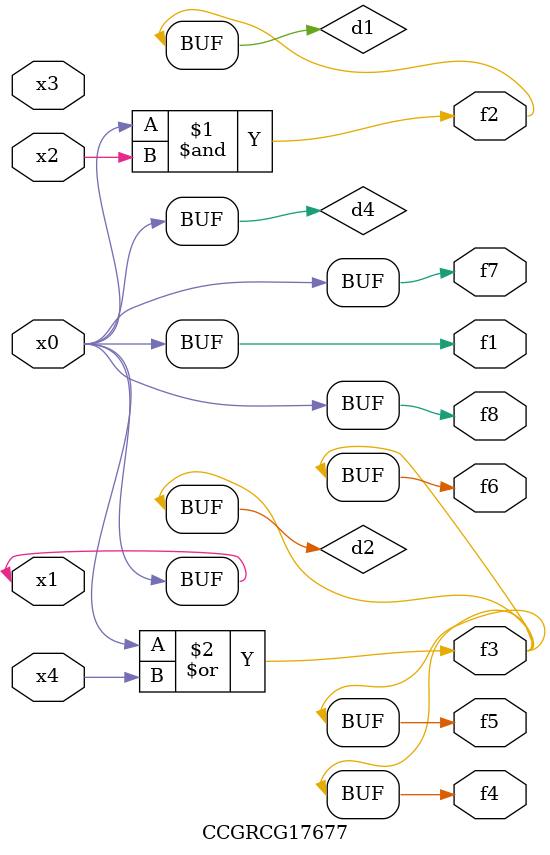
<source format=v>
module CCGRCG17677(
	input x0, x1, x2, x3, x4,
	output f1, f2, f3, f4, f5, f6, f7, f8
);

	wire d1, d2, d3, d4;

	and (d1, x0, x2);
	or (d2, x0, x4);
	nand (d3, x0, x2);
	buf (d4, x0, x1);
	assign f1 = d4;
	assign f2 = d1;
	assign f3 = d2;
	assign f4 = d2;
	assign f5 = d2;
	assign f6 = d2;
	assign f7 = d4;
	assign f8 = d4;
endmodule

</source>
